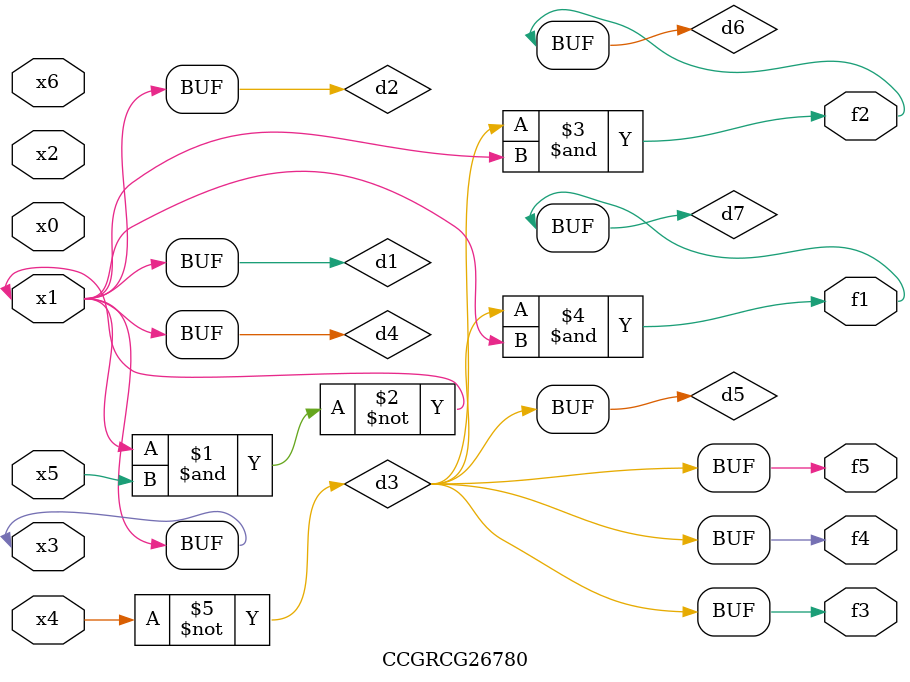
<source format=v>
module CCGRCG26780(
	input x0, x1, x2, x3, x4, x5, x6,
	output f1, f2, f3, f4, f5
);

	wire d1, d2, d3, d4, d5, d6, d7;

	buf (d1, x1, x3);
	nand (d2, x1, x5);
	not (d3, x4);
	buf (d4, d1, d2);
	buf (d5, d3);
	and (d6, d3, d4);
	and (d7, d3, d4);
	assign f1 = d7;
	assign f2 = d6;
	assign f3 = d5;
	assign f4 = d5;
	assign f5 = d5;
endmodule

</source>
